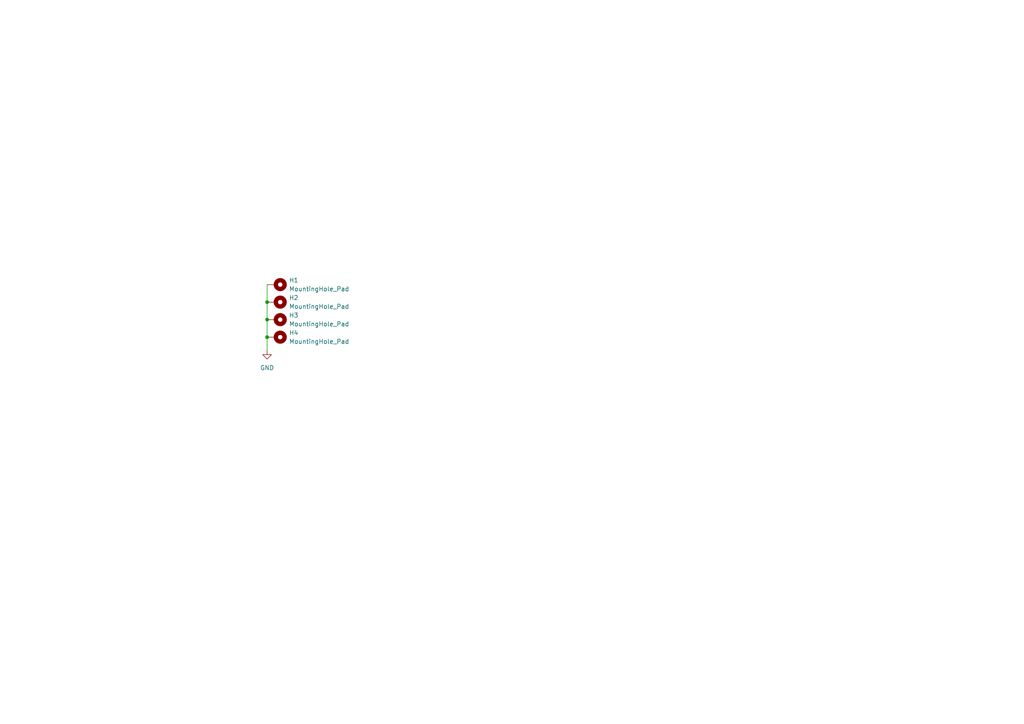
<source format=kicad_sch>
(kicad_sch (version 20211123) (generator eeschema)
  (paper "A4")
  (lib_symbols
    (symbol "Mechanical:MountingHole_Pad" (pin_numbers hide) (pin_names (offset 1.016) hide)
      (property "Reference" "H" (at 0 6.35 0))
      (property "Value" "MountingHole_Pad" (at 0 4.445 0))
      (symbol "MountingHole_Pad_0_1"
        (circle (center 0 1.27) (radius 1.27) (stroke (width 1.27)))
      )
      (symbol "MountingHole_Pad_1_1"
        (pin input line (at 0 -2.54 90) (length 2.54) (name "1") (number "1"))
      )
    )
    (symbol "power:GND" (power) (pin_names (offset 0))
      (property "Value" "GND" (at 0 -3.81 0))
      (symbol "GND_0_1"
        (polyline (pts (xy 0 0) (xy 0 -1.27) (xy 1.27 -1.27) (xy 0 -2.54) (xy -1.27 -1.27) (xy 0 -1.27)))
      )
      (symbol "GND_1_1"
        (pin power_in line (at 0 0 270) (length 0) hide (name "GND") (number "1"))
      )
    )
  )
  (junction (at 77.47 87.63))
  (junction (at 77.47 92.71))
  (junction (at 77.47 97.79))
  (wire (pts (xy 77.47 97.79) (xy 77.47 101.6)))
  (wire (pts (xy 77.47 92.71) (xy 77.47 97.79)))
  (wire (pts (xy 77.47 82.55) (xy 77.47 87.63)))
  (wire (pts (xy 77.47 87.63) (xy 77.47 92.71)))
  (symbol (lib_id "Mechanical:MountingHole_Pad") (at 80.01 92.71 270) (unit 1)
    (property "Reference" "H3" (at 83.82 91.4399 90) (effects (justify left)))
    (property "Value" "MountingHole_Pad" (at 83.82 93.9799 90) (effects (justify left)))
    (property "Footprint" "MountingHole:MountingHole_3.2mm_M3_IntellijelOval_Pad" (effects hide))
  )
  (symbol (lib_id "Mechanical:MountingHole_Pad") (at 80.01 97.79 270) (unit 1)
    (property "Reference" "H4" (at 83.82 96.5199 90) (effects (justify left)))
    (property "Value" "MountingHole_Pad" (at 83.82 99.0599 90) (effects (justify left)))
    (property "Footprint" "MountingHole:MountingHole_3.2mm_M3_IntellijelOval_Pad" (effects hide))
  )
  (symbol (lib_id "Mechanical:MountingHole_Pad") (at 80.01 87.63 270) (unit 1)
    (property "Reference" "H2" (at 83.82 86.3599 90) (effects (justify left)))
    (property "Value" "MountingHole_Pad" (at 83.82 88.8999 90) (effects (justify left)))
    (property "Footprint" "MountingHole:MountingHole_3.2mm_M3_IntellijelOval_Pad" (effects hide))
  )
  (symbol (lib_id "power:GND") (at 77.47 101.6 0) (unit 1)
    (property "Reference" "#PWR01" (effects hide))
    (property "Value" "GND" (at 77.47 106.68 0))
  )
  (symbol (lib_id "Mechanical:MountingHole_Pad") (at 80.01 82.55 270) (unit 1)
    (property "Reference" "H1" (at 83.82 81.2799 90) (effects (justify left)))
    (property "Value" "MountingHole_Pad" (at 83.82 83.8199 90) (effects (justify left)))
    (property "Footprint" "MountingHole:MountingHole_3.2mm_M3_IntellijelOval_Pad" (effects hide))
  )
)
</source>
